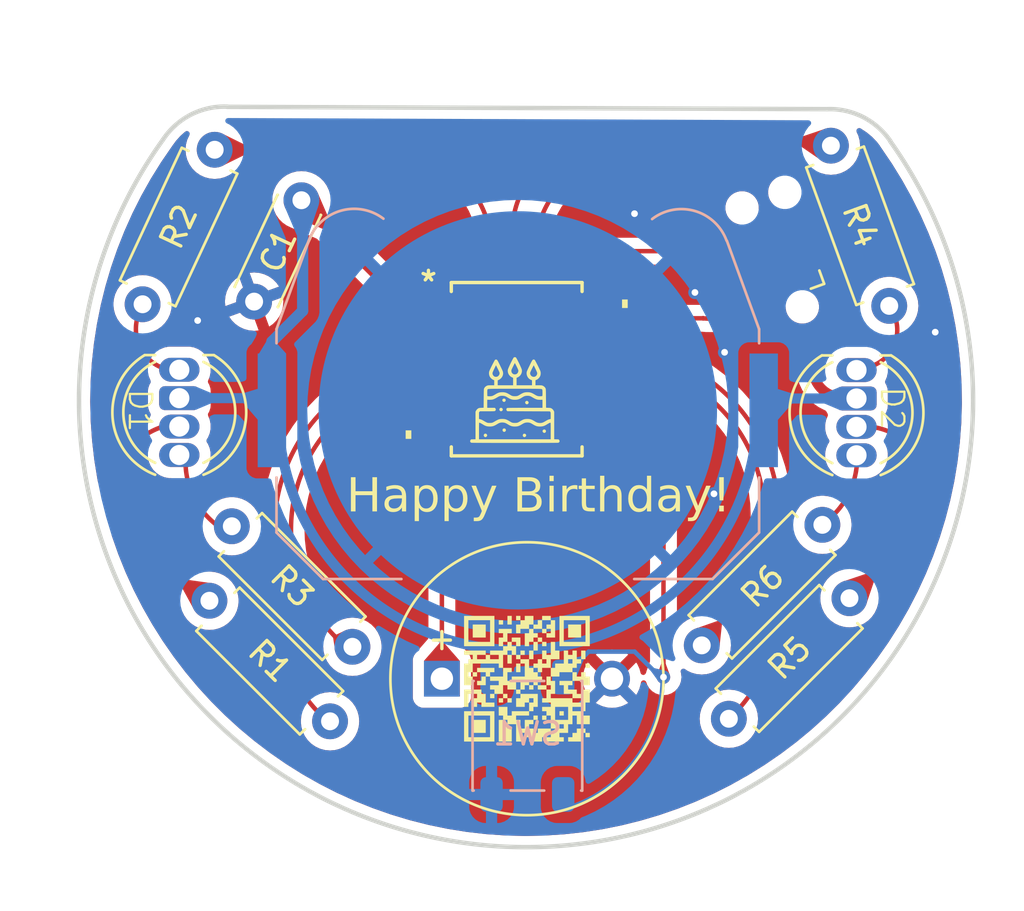
<source format=kicad_pcb>
(kicad_pcb (version 20240108) (generator "pcbnew") (generator_version "8.0")
  (layers (0 "F.Cu" signal) (31 "B.Cu" signal) (34 "B.Paste" user) (35 "F.Paste" user) (36 "B.SilkS" user "B.Silkscreen") (37 "F.SilkS" user "F.Silkscreen") (38 "B.Mask" user) (39 "F.Mask" user) (44 "Edge.Cuts" user))
  (net 0 "")
  (net 1 "Net-(D1-BK)")
  (net 2 "Net-(D1-GK)")
  (net 7 "Net-(D1-RK)")
  (net 10 "Net-(D2-RK)")
  (net 12 "Net-(D2-BK)")
  (net 13 "Net-(D2-GK)")
  (net 14 "RGB1_R")
  (net 15 "RGB1_G")
  (net 16 "RGB1_B")
  (net 17 "RGB2_R")
  (net 18 "RGB2_G")
  (net 19 "RGB2_B")
  (net 21 "GND")
  (net 22 "SWLCK")
  (net 23 "SWDIO")
  (net 24 "nRST")
  (net 25 "PWM_Buzzer")
  (net 26 "nSwitch")
  (net 27 "+3V6")
  (footprint "LOGO" (layer "F.Cu") (at 89.48 49.98)
    (property "Reference" "G***" (hide yes))
    (property "Value" "LOGO" (hide yes))
  )
  (footprint "LOGO" (layer "F.Cu") (at 90.02 62.44)
    (property "Reference" "G***" (hide yes))
    (property "Value" "LOGO" (hide yes))
  )
  (footprint "cr_Library:cr_RGB_LED" (layer "F.Cu") (at 99.9525 50.835 -90)
    (property "Reference" "D2" (at -0.485 -6.3875 -90) (layer "F.SilkS") (effects (font (thickness 0.1))))
    (property "Value" "LED_RGBA" (hide yes))
    (pad "1" thru_hole oval (at -2.19 -4.79 270) (size 1.07 1.8) (drill 0.9) (layers "*.Cu" "*.Mask") (net 10 "Net-(D2-RK)"))
    (pad "2" thru_hole oval (at 0.35 -4.79 270) (size 1.07 1.8) (drill 0.9) (layers "*.Cu" "*.Mask") (net 13 "Net-(D2-GK)"))
    (pad "3" thru_hole oval (at 1.62 -4.79 270) (size 1.07 1.8) (drill 0.9) (layers "*.Cu" "*.Mask") (net 12 "Net-(D2-BK)"))
    (pad "4" thru_hole roundrect (at -0.92 -4.79 270) (size 1.07 1.8) (drill 0.9) (layers "*.Cu" "*.Mask") (roundrect_rratio 0.2336448598) (net 27 "+3V6"))
  )
  (footprint "Connector:Tag-Connect_TC2030-IDC-NL_2x03_P1.27mm_Vertical" (layer "F.Cu") (at 101.454539 43.43441 110)
    (property "Reference" "J3" (hide yes))
    (property "Value" "Conn_ARM_SWD_TagConnect_TC2030-NL" (hide yes))
    (pad "" np_thru_hole circle (at -2.539999 0 110) (size 0.9906 0.9906) (drill 0.9906) (layers "*.Cu" "*.Mask"))
    (pad "" np_thru_hole circle (at 2.54 -1.016 110) (size 0.9906 0.9906) (drill 0.9906) (layers "*.Cu" "*.Mask"))
    (pad "" np_thru_hole circle (at 2.54 1.016001 110) (size 0.9906 0.9906) (drill 0.9906) (layers "*.Cu" "*.Mask"))
    (pad "1" connect circle (at -1.27 0.635 110) (size 0.7874 0.7874) (layers "F.Cu" "F.Mask") (net 27 "+3V6"))
    (pad "2" connect circle (at -1.27 -0.635 110) (size 0.7874 0.7874) (layers "F.Cu" "F.Mask") (net 23 "SWDIO"))
    (pad "3" connect circle (at 0 0.635 110) (size 0.7874 0.7874) (layers "F.Cu" "F.Mask") (net 24 "nRST"))
    (pad "4" connect circle (at 0 -0.635 110) (size 0.7874 0.7874) (layers "F.Cu" "F.Mask") (net 22 "SWLCK"))
    (pad "5" connect circle (at 1.27 0.635 110) (size 0.7874 0.7874) (layers "F.Cu" "F.Mask") (net 21 "GND"))
    (pad "6" connect circle (at 1.27 -0.635 110) (size 0.7874 0.7874) (layers "F.Cu" "F.Mask"))
    (zone (net 0) (net_name "") (layer "F.Cu") (connect_pads (clearance 0)) (min_thickness 0.254)
      (keepout (tracks allowed) (vias not_allowed) (pads allowed) (copperpour not_allowed) (footprints not_allowed))
      (fill (thermal_gap 0.508) (thermal_bridge_width 0.508))
      (polygon (pts (xy 100.423469 42.458183) (xy 101.2922 44.845002) (xy 102.485609 44.410637) (xy 101.616878 42.023818)))
    )
  )
  (footprint "Resistor_THT:R_Axial_DIN0207_L6.3mm_D2.5mm_P7.62mm_Horizontal" (layer "F.Cu") (at 76.835923 55.625923 -45)
    (property "Reference" "R3" (at 3.795858 -0.014142 135) (layer "F.SilkS"))
    (property "Value" "R" (hide yes))
    (pad "1" thru_hole circle (at 0 0 315) (size 1.6 1.6) (drill 0.8) (layers "*.Cu" "*.Mask") (net 1 "Net-(D1-BK)"))
    (pad "2" thru_hole oval (at 7.62 0 315) (size 1.6 1.6) (drill 0.8) (layers "*.Cu" "*.Mask") (net 16 "RGB1_B"))
  )
  (footprint "cr_Library:cr_RGB_LED" (layer "F.Cu") (at 69.7 50.82 -90)
    (property "Reference" "D1" (at -0.37 -3.04 -90) (layer "F.SilkS") (effects (font (thickness 0.1))))
    (property "Value" "LED_RGBA" (hide yes))
    (pad "1" thru_hole oval (at -2.19 -4.79 270) (size 1.07 1.8) (drill 0.9) (layers "*.Cu" "*.Mask") (net 7 "Net-(D1-RK)"))
    (pad "2" thru_hole oval (at 0.35 -4.79 270) (size 1.07 1.8) (drill 0.9) (layers "*.Cu" "*.Mask") (net 2 "Net-(D1-GK)"))
    (pad "3" thru_hole oval (at 1.62 -4.79 270) (size 1.07 1.8) (drill 0.9) (layers "*.Cu" "*.Mask") (net 1 "Net-(D1-BK)"))
    (pad "4" thru_hole roundrect (at -0.92 -4.79 270) (size 1.07 1.8) (drill 0.9) (layers "*.Cu" "*.Mask") (roundrect_rratio 0.2336448598) (net 27 "+3V6"))
  )
  (footprint "Resistor_THT:R_Axial_DIN0207_L6.3mm_D2.5mm_P7.62mm_Horizontal" (layer "F.Cu") (at 81.224077 64.344077 135)
    (property "Reference" "R1" (at 3.81 0.014142 135) (layer "F.SilkS"))
    (property "Value" "R" (hide yes))
    (pad "1" thru_hole circle (at 0 0 135) (size 1.6 1.6) (drill 0.8) (layers "*.Cu" "*.Mask") (net 15 "RGB1_G"))
    (pad "2" thru_hole oval (at 7.62 0 135) (size 1.6 1.6) (drill 0.8) (layers "*.Cu" "*.Mask") (net 2 "Net-(D1-GK)"))
  )
  (footprint "Resistor_THT:R_Axial_DIN0207_L6.3mm_D2.5mm_P7.62mm_Horizontal" (layer "F.Cu") (at 97.83 60.95 45)
    (property "Reference" "R6" (at 3.795858 0.042426 45) (layer "F.SilkS"))
    (property "Value" "R" (hide yes))
    (pad "1" thru_hole circle (at 0 0 45) (size 1.6 1.6) (drill 0.8) (layers "*.Cu" "*.Mask") (net 19 "RGB2_B"))
    (pad "2" thru_hole oval (at 7.62 0 45) (size 1.6 1.6) (drill 0.8) (layers "*.Cu" "*.Mask") (net 12 "Net-(D2-BK)"))
  )
  (footprint "Capacitor_THT:C_Disc_D4.3mm_W1.9mm_P5.00mm" (layer "F.Cu") (at 77.8322 45.585002 65)
    (property "Reference" "C1" (at 2.513124 0.006298 65) (layer "F.SilkS"))
    (property "Value" "10uF" (hide yes))
    (pad "1" thru_hole circle (at 0 0 65) (size 1.6 1.6) (drill 0.8) (layers "*.Cu" "*.Mask") (net 21 "GND"))
    (pad "2" thru_hole circle (at 5 0 65) (size 1.6 1.6) (drill 0.8) (layers "*.Cu" "*.Mask") (net 27 "+3V6"))
  )
  (footprint "PIC18F15Q41-I-SS:SSOP20_SS_MCH" (layer "F.Cu") (at 89.5622 48.605002)
    (property "Reference" "U1" (hide yes))
    (property "Value" "PIC18F15Q41-I/SS" (hide yes))
    (fp_text user "*" (at -3.9422 -3.875002 0) (layer "F.SilkS"))
    (pad "1" smd rect (at -3.6322 -2.925) (size 1.639799 0.431) (layers "F.Cu" "F.Paste" "F.Mask") (net 27 "+3V6"))
    (pad "2" smd rect (at -3.6322 -2.274999) (size 1.639799 0.431) (layers "F.Cu" "F.Paste" "F.Mask") (net 14 "RGB1_R"))
    (pad "3" smd rect (at -3.6322 -1.625001) (size 1.639799 0.431) (layers "F.Cu" "F.Paste" "F.Mask") (net 17 "RGB2_R"))
    (pad "4" smd rect (at -3.6322 -0.974999) (size 1.639799 0.431) (layers "F.Cu" "F.Paste" "F.Mask") (net 24 "nRST"))
    (pad "5" smd rect (at -3.6322 -0.325001) (size 1.639799 0.431) (layers "F.Cu" "F.Paste" "F.Mask") (net 15 "RGB1_G"))
    (pad "6" smd rect (at -3.6322 0.324998) (size 1.639799 0.431) (layers "F.Cu" "F.Paste" "F.Mask") (net 16 "RGB1_B"))
    (pad "7" smd rect (at -3.6322 0.974999) (size 1.639799 0.431) (layers "F.Cu" "F.Paste" "F.Mask"))
    (pad "8" smd rect (at -3.6322 1.624998) (size 1.639799 0.431) (layers "F.Cu" "F.Paste" "F.Mask"))
    (pad "9" smd rect (at -3.6322 2.274999) (size 1.639799 0.431) (layers "F.Cu" "F.Paste" "F.Mask"))
    (pad "10" smd rect (at -3.6322 2.924998) (size 1.639799 0.431) (layers "F.Cu" "F.Paste" "F.Mask") (net 25 "PWM_Buzzer"))
    (pad "11" smd rect (at 3.6322 2.925) (size 1.639799 0.431) (layers "F.Cu" "F.Paste" "F.Mask"))
    (pad "12" smd rect (at 3.6322 2.275002) (size 1.639799 0.431) (layers "F.Cu" "F.Paste" "F.Mask"))
    (pad "13" smd rect (at 3.6322 1.625001) (size 1.639799 0.431) (layers "F.Cu" "F.Paste" "F.Mask"))
    (pad "14" smd rect (at 3.6322 0.975002) (size 1.639799 0.431) (layers "F.Cu" "F.Paste" "F.Mask") (net 26 "nSwitch"))
    (pad "15" smd rect (at 3.6322 0.325001) (size 1.639799 0.431) (layers "F.Cu" "F.Paste" "F.Mask"))
    (pad "16" smd rect (at 3.6322 -0.324998) (size 1.639799 0.431) (layers "F.Cu" "F.Paste" "F.Mask") (net 19 "RGB2_B"))
    (pad "17" smd rect (at 3.6322 -0.974999) (size 1.639799 0.431) (layers "F.Cu" "F.Paste" "F.Mask") (net 18 "RGB2_G"))
    (pad "18" smd rect (at 3.6322 -1.624998) (size 1.639799 0.431) (layers "F.Cu" "F.Paste" "F.Mask") (net 22 "SWLCK"))
    (pad "19" smd rect (at 3.6322 -2.274999) (size 1.639799 0.431) (layers "F.Cu" "F.Paste" "F.Mask") (net 23 "SWDIO"))
    (pad "20" smd rect (at 3.6322 -2.924998) (size 1.639799 0.431) (layers "F.Cu" "F.Paste" "F.Mask") (net 21 "GND"))
  )
  (footprint "Resistor_THT:R_Axial_DIN0207_L6.3mm_D2.5mm_P7.62mm_Horizontal" (layer "F.Cu") (at 76.070176 38.796967 -115)
    (property "Reference" "R2" (at 3.797334 0.008334 65) (layer "F.SilkS"))
    (property "Value" "R" (hide yes))
    (pad "1" thru_hole circle (at 0 0 245) (size 1.6 1.6) (drill 0.8) (layers "*.Cu" "*.Mask") (net 14 "RGB1_R"))
    (pad "2" thru_hole oval (at 7.620001 0 245) (size 1.6 1.6) (drill 0.8) (layers "*.Cu" "*.Mask") (net 7 "Net-(D1-RK)"))
  )
  (footprint "Buzzer_Beeper:MagneticBuzzer_ProSignal_ABI-009-RC" (layer "F.Cu") (at 86.22 62.44)
    (property "Reference" "BZ1" (hide yes))
    (property "Value" "Buzzer" (hide yes))
    (fp_text user "+" (at 0 -1.8 0) (layer "F.SilkS"))
    (pad "1" thru_hole rect (at 0 0) (size 1.6 1.6) (drill 1) (layers "*.Cu" "*.Mask") (net 25 "PWM_Buzzer"))
    (pad "2" thru_hole circle (at 7.6 0) (size 1.6 1.6) (drill 1) (layers "*.Cu" "*.Mask") (net 21 "GND"))
  )
  (footprint "Resistor_THT:R_Axial_DIN0207_L6.3mm_D2.5mm_P7.62mm_Horizontal" (layer "F.Cu") (at 99.04 64.23 45)
    (property "Reference" "R5" (at 3.831213 -0.007071 45) (layer "F.SilkS"))
    (property "Value" "R" (hide yes))
    (pad "1" thru_hole circle (at 0 0 45) (size 1.6 1.6) (drill 0.8) (layers "*.Cu" "*.Mask") (net 18 "RGB2_G"))
    (pad "2" thru_hole oval (at 7.62 0 45) (size 1.6 1.6) (drill 0.8) (layers "*.Cu" "*.Mask") (net 13 "Net-(D2-GK)"))
  )
  (footprint "Resistor_THT:R_Axial_DIN0207_L6.3mm_D2.5mm_P7.62mm_Horizontal" (layer "F.Cu") (at 103.599103 38.614773 -70)
    (property "Reference" "R4" (at 3.789174 -0.015881 110) (layer "F.SilkS"))
    (property "Value" "R")
    (pad "1" thru_hole circle (at 0 0 290) (size 1.6 1.6) (drill 0.8) (layers "*.Cu" "*.Mask") (net 17 "RGB2_R"))
    (pad "2" thru_hole oval (at 7.62 0.000001 290) (size 1.6 1.6) (drill 0.8) (layers "*.Cu" "*.Mask") (net 10 "Net-(D2-RK)"))
  )
  (footprint "Button_Switch_SMD:SW_SPST_PTS647_Sx38" (layer "B.Cu") (at 90.04 64.99 90)
    (property "Reference" "SW1" (hide yes))
    (property "Value" "SW_Push" (hide yes))
    (fp_text user "${REFERENCE}" (at 0.090001 0.01 0) (layer "B.SilkS") (effects (justify mirror)))
    (pad "1" smd roundrect (at -2.625 1.6 90) (size 1.55 1) (layers "B.Cu" "B.Paste" "B.Mask") (net 26 "nSwitch"))
    (pad "1" smd roundrect (at 2.625 1.6 90) (size 1.55 1) (layers "B.Cu" "B.Paste" "B.Mask") (net 26 "nSwitch"))
    (pad "2" smd roundrect (at -2.625 -1.6 90) (size 1.55 1) (layers "B.Cu" "B.Paste" "B.Mask") (net 21 "GND"))
    (pad "2" smd roundrect (at 2.625 -1.6 90) (size 1.55 1) (layers "B.Cu" "B.Paste" "B.Mask") (net 21 "GND"))
  )
  (footprint "Battery:BatteryHolder_Keystone_3034_1x20mm" (layer "B.Cu") (at 89.6122 50.445002)
    (property "Reference" "BT1" (hide yes))
    (property "Value" "Battery_Cell" (hide yes))
    (pad "1" smd rect (at -10.985 0) (size 1.27 5.08) (layers "B.Cu" "B.Paste" "B.Mask") (net 27 "+3V6"))
    (pad "1" smd rect (at 10.985 0) (size 1.27 5.08) (layers "B.Cu" "B.Paste" "B.Mask") (net 27 "+3V6"))
    (pad "2" smd circle (at 0 0) (size 17.8 17.8) (layers "B.Cu" "B.Mask") (net 21 "GND"))
  )
  (gr_arc (start 89.37 44.35) (mid 88.594455 46.230358) (end 86.700259 46.971467) (stroke (width 0.2)) (layer "F.Cu") (net 17))
  (gr_arc (start 101.205387 44.85214) (mid 99.741324 46.025455) (end 97.89 46.33) (stroke (width 0.2)) (layer "F.Cu") (net 23))
  (gr_arc (start 78.74 55.95) (mid 80.674029 50.710009) (end 85.67727 48.226956) (stroke (width 0.2)) (layer "F.Cu") (net 15))
  (gr_arc (start 76.478932 55.788162) (mid 75.15 54.35) (end 74.782389 52.426661) (stroke (width 0.2)) (layer "F.Cu") (net 1))
  (gr_arc (start 93.85 48.310001) (mid 100.095964 52.514252) (end 98.664694 59.906089) (stroke (width 0.2)) (layer "F.Cu") (net 19))
  (gr_arc (start 80.939539 64.185071) (mid 79.283436 61.767892) (end 78.740821 58.888482) (stroke (width 0.2)) (layer "F.Cu") (net 15))
  (gr_arc (start 101.27 58.92) (mid 100.727385 61.79941) (end 99.071282 64.216589) (stroke (width 0.2)) (layer "F.Cu") (net 18))
  (gr_arc (start 93.429835 47.635337) (mid 99.02 49.82) (end 101.270821 55.383856) (stroke (width 0.2)) (layer "F.Cu") (net 18))
  (gr_arc (start 73.969609 48.619999) (mid 72.69 47.516195) (end 72.827801 45.831916) (stroke (width 0.2)) (layer "F.Cu") (net 7))
  (gr_arc (start 100.499069 39.204102) (mid 102.66 40.63) (end 102.116629 43.161315) (stroke (width 0.2)) (layer "F.Cu") (net 24))
  (gr_arc (start 91.03 44.96) (mid 91.440184 43.803541) (end 92.570522 43.326064) (stroke (width 0.2)) (layer "F.Cu") (net 22))
  (gr_arc (start 106.48 46.32) (mid 106.344631 47.688974) (end 105.24648 48.517514) (stroke (width 0.2)) (layer "F.Cu") (net 10))
  (gr_arc (start 93.589007 49.568737) (mid 95.386327 50.271139) (end 96.11 52.06) (stroke (width 0.2)) (layer "F.Cu") (net 26))
  (gr_arc (start 88.44 44.39854) (mid 87.950568 45.776256) (end 86.58329 46.294133) (stroke (width 0.2)) (layer "F.Cu") (net 14))
  (gr_arc (start 81.432828 60.54015) (mid 80.001558 53.148313) (end 86.247522 48.944062) (stroke (width 0.2)) (layer "F.Cu") (net 16))
  (gr_arc (start 104.77 52.49) (mid 104.376973 54.210215) (end 103.214854 55.538029) (stroke (width 0.2)) (layer "F.Cu") (net 12))
  (gr_arc (start 90.432766 43.372801) (mid 91.556384 40.393655) (end 94.5 39.180001) (stroke (width 0.2)) (layer "F.Cu") (net 24))
  (gr_arc (start 94.808021 41.636959) (mid 96.372014 40.56737) (end 98.24 40.250001) (stroke (width 0.2)) (layer "F.Cu") (net 21))
  (gr_arc (start 98.508306 40.253121) (mid 99.785954 40.47178) (end 100.829999 41.240001) (stroke (width 0.2)) (layer "F.Cu") (net 21))
  (gr_arc (start 92.739626 46.956389) (mid 91.532486 46.553456) (end 91.040001 45.38) (stroke (width 0.2)) (layer "F.Cu") (net 22))
  (gr_arc (start 90.428628 45.008663) (mid 89.647306 46.889518) (end 87.75 47.63) (stroke (width 0.2)) (layer "F.Cu") (net 24))
  (gr_arc (start 83.726763 38.799066) (mid 87.069999 40.050001) (end 88.44023 43.346141) (stroke (width 0.2)) (layer "F.Cu") (net 14))
  (gr_arc (start 105.056563 51.157312) (mid 107.707064 52.890695) (end 107.22 56.02) (stroke (width 0.2)) (layer "F.Cu") (net 13))
  (gr_arc (start 103.13 44.42) (mid 104.429405 45.193745) (end 104.126395 46.675408) (stroke (width 0.45)) (layer "F.Cu") (net 27))
  (gr_arc (start 104.179717 49.864108) (mid 102.880778 49.01963) (end 103.27 47.52) (stroke (width 0.45)) (layer "F.Cu") (net 27))
  (gr_arc (start 89.370001 42.694292) (mid 90.460231 39.706011) (end 93.35969 38.397741) (stroke (width 0.2)) (layer "F.Cu") (net 17))
  (gr_arc (start 72.43 55.91) (mid 71.942936 52.780696) (end 74.593437 51.047312) (stroke (width 0.2)) (layer "F.Cu") (net 2))
  (gr_arc (start 96.08 62.37) (mid 94.915206 66.012877) (end 91.800873 68.232838) (stroke (width 0.2)) (layer "B.Cu") (net 26))
  (gr_arc (start 100.324867 50.54995) (mid 89.487224 61.157454) (end 78.9 50.3) (stroke (width 0.45)) (layer "B.Cu") (net 27))
  (gr_arc (start 73.762201 38.345003) (mid 75.002724 37.23063) (end 76.630886 36.870385) (stroke (width 0.2)) (layer "Edge.Cuts"))
  (gr_arc (start 103.422867 36.981957) (mid 105.021241 37.32824) (end 106.2522 38.405002) (stroke (width 0.2)) (layer "Edge.Cuts"))
  (gr_line (start 76.630559 36.878702) (end 103.422867 36.981957) (stroke (width 0.2)) (layer "Edge.Cuts"))
  (gr_arc (start 106.247288 38.413485) (mid 89.93815 69.969149) (end 73.762201 38.345003) (stroke (width 0.2)) (layer "Edge.Cuts"))
  (gr_text "Happy Birthday!" (at 81.95 54.34 0) (layer "F.SilkS") (effects (font (size 1.5 1.5) (thickness 0.25)) (justify left)))
  (segment (start 72.43 55.94) (end 75.221846 58.731846) (width 0.2) (layer "F.Cu") (net 2))
  (segment (start 106.205296 45.775231) (end 106.205296 46.045296) (width 0.2) (layer "F.Cu") (net 10))
  (segment (start 105.158994 48.605) (end 105.24648 48.517514) (width 0.2) (layer "F.Cu") (net 10))
  (segment (start 104.7 48.605) (end 105.158994 48.605) (width 0.2) (layer "F.Cu") (net 10))
  (segment (start 106.205296 46.045296) (end 106.48 46.32) (width 0.2) (layer "F.Cu") (net 10))
  (segment (start 107.22 56.05) (end 104.428154 58.841846) (width 0.2) (layer "F.Cu") (net 13))
  (segment (start 107.22 56.02) (end 107.22 56.05) (width 0.2) (layer "F.Cu") (net 13))
  (segment (start 83.724664 38.796967) (end 83.726763 38.799066) (width 0.2) (layer "F.Cu") (net 14))
  (segment (start 76.070176 38.796967) (end 83.724664 38.796967) (width 0.2) (layer "F.Cu") (net 14))
  (segment (start 88.44 44.39854) (end 88.44 43.346371) (width 0.2) (layer "F.Cu") (net 14))
  (segment (start 78.74 55.95) (end 78.74 58.887661) (width 0.2) (layer "F.Cu") (net 15))
  (segment (start 78.74 58.887661) (end 78.740821 58.888482) (width 0.2) (layer "F.Cu") (net 15))
  (segment (start 81.432828 60.54015) (end 82.267522 61.374844) (width 0.2) (layer "F.Cu") (net 16))
  (segment (start 82.267522 61.374844) (end 82.267522 61.584061) (width 0.2) (layer "F.Cu") (net 16))
  (segment (start 89.370001 42.694292) (end 89.370001 44.350036) (width 0.2) (layer "F.Cu") (net 17))
  (segment (start 103.387741 38.397741) (end 93.35969 38.397741) (width 0.2) (layer "F.Cu") (net 17))
  (segment (start 103.599103 38.614773) (end 103.599103 38.609103) (width 0.2) (layer "F.Cu") (net 17))
  (segment (start 85.93 46.980001) (end 86.699999 46.980001) (width 0.2) (layer "F.Cu") (net 17))
  (segment (start 103.599103 38.609103) (end 103.387741 38.397741) (width 0.2) (layer "F.Cu") (net 17))
  (segment (start 86.699999 46.980001) (end 86.7 46.98) (width 0.2) (layer "F.Cu") (net 17))
  (segment (start 101.270821 55.383856) (end 101.270821 58.919179) (width 0.2) (layer "F.Cu") (net 18))
  (segment (start 101.270821 58.919179) (end 101.27 58.92) (width 0.2) (layer "F.Cu") (net 18))
  (segment (start 98.664694 59.906089) (end 97.83 60.740783) (width 0.2) (layer "F.Cu") (net 19))
  (segment (start 97.83 60.740783) (end 97.83 60.95) (width 0.2) (layer "F.Cu") (net 19))
  (segment (start 100.829999 41.240001) (end 100.833061 41.240001) (width 0.2) (layer "F.Cu") (net 21))
  (segment (start 98.505186 40.250001) (end 98.508306 40.253121) (width 0.2) (layer "F.Cu") (net 21))
  (segment (start 77.444998 45.585002) (end 77.45 45.590004) (width 0.5) (layer "F.Cu") (net 21))
  (segment (start 98.24 40.250001) (end 98.505186 40.250001) (width 0.2) (layer "F.Cu") (net 21))
  (segment (start 97.524999 45.174999) (end 97.019994 45.680004) (width 0.2) (layer "F.Cu") (net 21))
  (segment (start 77.8322 45.585002) (end 77.444998 45.585002) (width 0.2) (layer "F.Cu") (net 21))
  (segment (start 97.019994 45.680004) (end 93.1944 45.680004) (width 0.2) (layer "F.Cu") (net 21))
  (segment (start 100.833061 41.240001) (end 101.616878 42.023818) (width 0.2) (layer "F.Cu") (net 21))
  (via (at 108.26 46.95) (size 0.6) (drill 0.3) (layers "F.Cu" "B.Cu") (net 21))
  (via (at 75.31 46.43) (size 0.6) (drill 0.3) (layers "F.Cu" "B.Cu") (net 21))
  (via (at 94.826038 41.653923) (size 0.6) (drill 0.3) (layers "F.Cu" "B.Cu") (net 21))
  (via (at 98.375 54.175) (size 0.6) (drill 0.3) (layers "F.Cu" "B.Cu") (net 21))
  (via (at 98.85 47.85) (size 0.6) (drill 0.3) (layers "F.Cu" "B.Cu") (net 21))
  (via (at 97.524999 45.174999) (size 0.6) (drill 0.3) (layers "F.Cu" "B.Cu") (net 21))
  (segment (start 92.564847 43.33) (end 92.569694 43.334847) (width 0.2) (layer "F.Cu") (net 22))
  (segment (start 91.03 44.96) (end 91.03 45.369999) (width 0.2) (layer "F.Cu") (net 22))
  (segment (start 93.22 43.33) (end 92.578302 43.33) (width 0.2) (layer "F.Cu") (net 22))
  (segment (start 100.661593 43.651593) (end 100.34 43.33) (width 0.2) (layer "F.Cu") (net 22))
  (segment (start 92.781371 46.968629) (end 92.792746 46.980004) (width 0.2) (layer "F.Cu") (net 22))
  (segment (start 100.34 43.33) (end 93.22 43.33) (width 0.2) (layer "F.Cu") (net 22))
  (segment (start 100.857834 43.651593) (end 100.661593 43.651593) (width 0.2) (layer "F.Cu") (net 22))
  (segment (start 92.578302 43.33) (end 92.570338 43.337964) (width 0.2) (layer "F.Cu") (net 22))
  (segment (start 93.22 43.33) (end 92.564847 43.33) (width 0.2) (layer "F.Cu") (net 22))
  (segment (start 91.03 45.369999) (end 91.040001 45.38) (width 0.2) (layer "F.Cu") (net 22))
  (segment (start 97.889997 46.330003) (end 93.1944 46.330003) (width 0.2) (layer "F.Cu") (net 23))
  (segment (start 97.89 46.33) (end 97.889997 46.330003) (width 0.2) (layer "F.Cu") (net 23))
  (segment (start 100.499069 39.204102) (end 100.487822 39.192855) (width 0.2) (layer "F.Cu") (net 24))
  (segment (start 100.487822 39.192855) (end 94.482322 39.192855) (width 0.2) (layer "F.Cu") (net 24))
  (segment (start 90.432766 45.006315) (end 90.43086 45.008221) (width 0.2) (layer "F.Cu") (net 24))
  (segment (start 100.494967 39.2) (end 100.492089 39.197122) (width 0.2) (layer "F.Cu") (net 24))
  (segment (start 87.749997 47.630003) (end 87.75 47.63) (width 0.2) (layer "F.Cu") (net 24))
  (segment (start 90.432766 43.372801) (end 90.432766 45.006315) (width 0.2) (layer "F.Cu") (net 24))
  (segment (start 85.93 47.630003) (end 87.749997 47.630003) (width 0.2) (layer "F.Cu") (net 24))
  (segment (start 86.22 62.44) (end 86.22 51.82) (width 0.2) (layer "F.Cu") (net 25))
  (segment (start 86.22 51.82) (end 85.93 51.53) (width 0.2) (layer "F.Cu") (net 25))
  (segment (start 96.12 52.07) (end 96.11 52.06) (width 0.2) (layer "F.Cu") (net 26))
  (segment (start 96.12 62.37) (end 96.12 52.07) (width 0.2) (layer "F.Cu") (net 26))
  (via (at 96.12 62.37) (size 0.6) (drill 0.3) (layers "F.Cu" "B.Cu") (net 26))
  (segment (start 95.97 62.37) (end 96.12 62.37) (width 0.2) (layer "B.Cu") (net 26))
  (segment (start 92.775 61.23) (end 94.83 61.23) (width 0.2) (layer "B.Cu") (net 26))
  (segment (start 91.64 62.365) (end 92.775 61.23) (width 0.2) (layer "B.Cu") (net 26))
  (segment (start 94.83 61.23) (end 95.97 62.37) (width 0.2) (layer "B.Cu") (net 26))
  (segment (start 104.19061 49.875001) (end 104.179717 49.864108) (width 0.2) (layer "F.Cu") (net 27))
  (segment (start 103.27 47.52) (end 104.06 46.73) (width 0.45) (layer "F.Cu") (net 27))
  (segment (start 104.7 49.875001) (end 104.19061 49.875001) (width 0.5) (layer "F.Cu") (net 27))
  (segment (start 103.13 44.42) (end 103.120637 44.410637) (width 0.2) (layer "F.Cu") (net 27))
  (segment (start 85.93 45.680002) (end 84.57183 45.680002) (width 0.45) (layer "F.Cu") (net 27))
  (segment (start 84.57183 45.680002) (end 79.945291 41.053463) (width 0.45) (layer "F.Cu") (net 27))
  (segment (start 103.120637 44.410637) (end 102.485609 44.410637) (width 0.45) (layer "F.Cu") (net 27))
  (segment (start 104.7425 49.915) (end 101.127202 49.915) (width 0.45) (layer "B.Cu") (net 27))
  (segment (start 100.5972 50.1928) (end 100.5972 50.445002) (width 0.5) (layer "B.Cu") (net 27))
  (segment (start 101.127202 49.915) (end 100.5972 50.445002) (width 0.45) (layer "B.Cu") (net 27))
  (segment (start 78.082198 49.9) (end 78.6272 50.445002) (width 0.45) (layer "B.Cu") (net 27))
  (segment (start 78.6272 50.445002) (end 78.6272 47.3728) (width 0.5) (layer "B.Cu") (net 27))
  (segment (start 80 46) (end 80 41.108172) (width 0.5) (layer "B.Cu") (net 27))
  (segment (start 78.6272 47.3728) (end 80 46) (width 0.5) (layer "B.Cu") (net 27))
  (segment (start 104.782499 49.875001) (end 104.7425 49.915) (width 0.5) (layer "B.Cu") (net 27))
  (segment (start 78.6272 48.9972) (end 78.6272 50.445002) (width 0.2) (layer "B.Cu") (net 27))
  (segment (start 78.6272 48.3422) (end 78.6272 48.9972) (width 0.5) (layer "B.Cu") (net 27))
  (segment (start 80 41.108172) (end 79.945291 41.053463) (width 0.5) (layer "B.Cu") (net 27))
  (segment (start 74.49 49.9) (end 78.082198 49.9) (width 0.45) (layer "B.Cu") (net 27))
  (zone (net 21) (net_name "GND") (layers "F&B.Cu") (connect_pads (clearance 0.5)) (min_thickness 0.25) (fill yes (thermal_gap 0.5) (thermal_bridge_width 0.5))
    (polygon (pts (xy 66.555007 32.178202) (xy 111.980007 32.103202) (xy 112.230007 72.703202) (xy 66.480007 72.828202)))
  )
)
</source>
